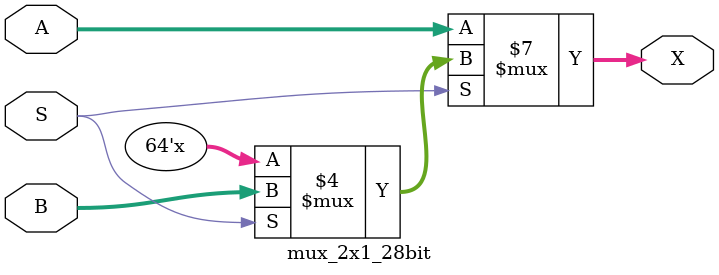
<source format=v>
module mux_2x1_28bit (
    input S,
    input [63:0] A, B,
    output reg [63:0] X
);

always @ (*) 
    begin
        if (S == 1'b0)
            X <= A;
        else if (S == 1'b1)
            X <= B;
    end
endmodule
</source>
